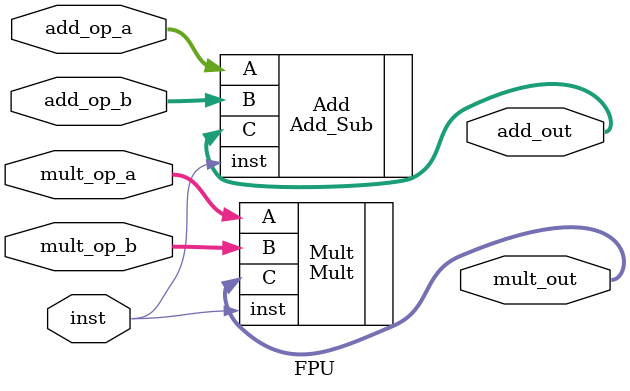
<source format=v>
module FPU ( 
	input           inst,
	input  [15:0]	add_op_a,
	input  [15:0]	add_op_b,
	input  [15:0]	mult_op_a,
	input  [15:0]	mult_op_b,
//	input  [2:0]	round_mode,
//	input  [5:0]	cmd,
//	input  [1:0]	fmt,
//	output [5:0]	exc,
	output [15:0]	add_out,
	output [15:0]	mult_out	
);

	Add_Sub Add(.inst(inst), .A(add_op_a), .B(add_op_b), .C(add_out));
	Mult Mult(.inst(inst), .A(mult_op_a), .B(mult_op_b), .C(mult_out));
endmodule 
</source>
